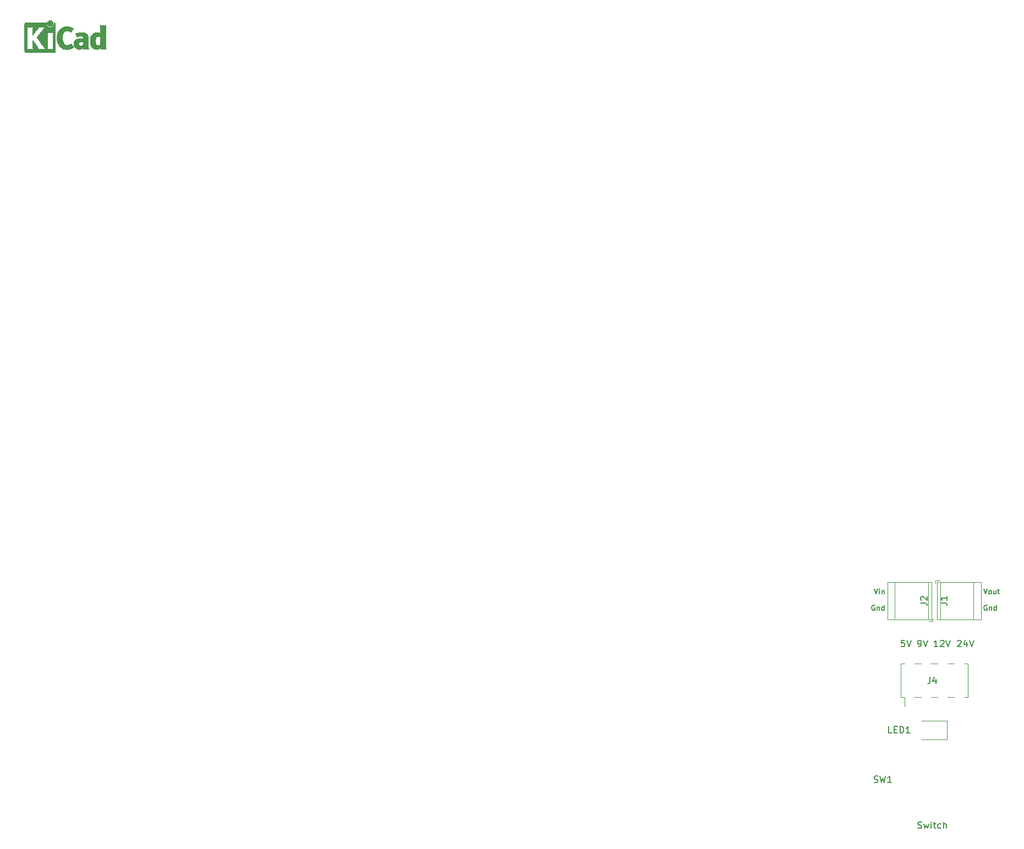
<source format=gbr>
%TF.GenerationSoftware,KiCad,Pcbnew,7.0.5*%
%TF.CreationDate,2024-06-27T07:22:37-04:00*%
%TF.ProjectId,ScrewSwitch,53637265-7753-4776-9974-63682e6b6963,rev?*%
%TF.SameCoordinates,Original*%
%TF.FileFunction,Legend,Top*%
%TF.FilePolarity,Positive*%
%FSLAX46Y46*%
G04 Gerber Fmt 4.6, Leading zero omitted, Abs format (unit mm)*
G04 Created by KiCad (PCBNEW 7.0.5) date 2024-06-27 07:22:37*
%MOMM*%
%LPD*%
G01*
G04 APERTURE LIST*
%ADD10C,0.150000*%
%ADD11C,0.010000*%
%ADD12C,0.120000*%
G04 APERTURE END LIST*
D10*
X130843219Y-90032390D02*
X130767029Y-89994295D01*
X130767029Y-89994295D02*
X130652743Y-89994295D01*
X130652743Y-89994295D02*
X130538457Y-90032390D01*
X130538457Y-90032390D02*
X130462267Y-90108580D01*
X130462267Y-90108580D02*
X130424172Y-90184771D01*
X130424172Y-90184771D02*
X130386076Y-90337152D01*
X130386076Y-90337152D02*
X130386076Y-90451438D01*
X130386076Y-90451438D02*
X130424172Y-90603819D01*
X130424172Y-90603819D02*
X130462267Y-90680009D01*
X130462267Y-90680009D02*
X130538457Y-90756200D01*
X130538457Y-90756200D02*
X130652743Y-90794295D01*
X130652743Y-90794295D02*
X130728934Y-90794295D01*
X130728934Y-90794295D02*
X130843219Y-90756200D01*
X130843219Y-90756200D02*
X130881315Y-90718104D01*
X130881315Y-90718104D02*
X130881315Y-90451438D01*
X130881315Y-90451438D02*
X130728934Y-90451438D01*
X131224172Y-90260961D02*
X131224172Y-90794295D01*
X131224172Y-90337152D02*
X131262267Y-90299057D01*
X131262267Y-90299057D02*
X131338457Y-90260961D01*
X131338457Y-90260961D02*
X131452743Y-90260961D01*
X131452743Y-90260961D02*
X131528934Y-90299057D01*
X131528934Y-90299057D02*
X131567029Y-90375247D01*
X131567029Y-90375247D02*
X131567029Y-90794295D01*
X132290839Y-90794295D02*
X132290839Y-89994295D01*
X132290839Y-90756200D02*
X132214648Y-90794295D01*
X132214648Y-90794295D02*
X132062267Y-90794295D01*
X132062267Y-90794295D02*
X131986077Y-90756200D01*
X131986077Y-90756200D02*
X131947982Y-90718104D01*
X131947982Y-90718104D02*
X131909886Y-90641914D01*
X131909886Y-90641914D02*
X131909886Y-90413342D01*
X131909886Y-90413342D02*
X131947982Y-90337152D01*
X131947982Y-90337152D02*
X131986077Y-90299057D01*
X131986077Y-90299057D02*
X132062267Y-90260961D01*
X132062267Y-90260961D02*
X132214648Y-90260961D01*
X132214648Y-90260961D02*
X132290839Y-90299057D01*
X148108207Y-90032390D02*
X148032017Y-89994295D01*
X148032017Y-89994295D02*
X147917731Y-89994295D01*
X147917731Y-89994295D02*
X147803445Y-90032390D01*
X147803445Y-90032390D02*
X147727255Y-90108580D01*
X147727255Y-90108580D02*
X147689160Y-90184771D01*
X147689160Y-90184771D02*
X147651064Y-90337152D01*
X147651064Y-90337152D02*
X147651064Y-90451438D01*
X147651064Y-90451438D02*
X147689160Y-90603819D01*
X147689160Y-90603819D02*
X147727255Y-90680009D01*
X147727255Y-90680009D02*
X147803445Y-90756200D01*
X147803445Y-90756200D02*
X147917731Y-90794295D01*
X147917731Y-90794295D02*
X147993922Y-90794295D01*
X147993922Y-90794295D02*
X148108207Y-90756200D01*
X148108207Y-90756200D02*
X148146303Y-90718104D01*
X148146303Y-90718104D02*
X148146303Y-90451438D01*
X148146303Y-90451438D02*
X147993922Y-90451438D01*
X148489160Y-90260961D02*
X148489160Y-90794295D01*
X148489160Y-90337152D02*
X148527255Y-90299057D01*
X148527255Y-90299057D02*
X148603445Y-90260961D01*
X148603445Y-90260961D02*
X148717731Y-90260961D01*
X148717731Y-90260961D02*
X148793922Y-90299057D01*
X148793922Y-90299057D02*
X148832017Y-90375247D01*
X148832017Y-90375247D02*
X148832017Y-90794295D01*
X149555827Y-90794295D02*
X149555827Y-89994295D01*
X149555827Y-90756200D02*
X149479636Y-90794295D01*
X149479636Y-90794295D02*
X149327255Y-90794295D01*
X149327255Y-90794295D02*
X149251065Y-90756200D01*
X149251065Y-90756200D02*
X149212970Y-90718104D01*
X149212970Y-90718104D02*
X149174874Y-90641914D01*
X149174874Y-90641914D02*
X149174874Y-90413342D01*
X149174874Y-90413342D02*
X149212970Y-90337152D01*
X149212970Y-90337152D02*
X149251065Y-90299057D01*
X149251065Y-90299057D02*
X149327255Y-90260961D01*
X149327255Y-90260961D02*
X149479636Y-90260961D01*
X149479636Y-90260961D02*
X149555827Y-90299057D01*
X137485714Y-124282200D02*
X137628571Y-124329819D01*
X137628571Y-124329819D02*
X137866666Y-124329819D01*
X137866666Y-124329819D02*
X137961904Y-124282200D01*
X137961904Y-124282200D02*
X138009523Y-124234580D01*
X138009523Y-124234580D02*
X138057142Y-124139342D01*
X138057142Y-124139342D02*
X138057142Y-124044104D01*
X138057142Y-124044104D02*
X138009523Y-123948866D01*
X138009523Y-123948866D02*
X137961904Y-123901247D01*
X137961904Y-123901247D02*
X137866666Y-123853628D01*
X137866666Y-123853628D02*
X137676190Y-123806009D01*
X137676190Y-123806009D02*
X137580952Y-123758390D01*
X137580952Y-123758390D02*
X137533333Y-123710771D01*
X137533333Y-123710771D02*
X137485714Y-123615533D01*
X137485714Y-123615533D02*
X137485714Y-123520295D01*
X137485714Y-123520295D02*
X137533333Y-123425057D01*
X137533333Y-123425057D02*
X137580952Y-123377438D01*
X137580952Y-123377438D02*
X137676190Y-123329819D01*
X137676190Y-123329819D02*
X137914285Y-123329819D01*
X137914285Y-123329819D02*
X138057142Y-123377438D01*
X138390476Y-123663152D02*
X138580952Y-124329819D01*
X138580952Y-124329819D02*
X138771428Y-123853628D01*
X138771428Y-123853628D02*
X138961904Y-124329819D01*
X138961904Y-124329819D02*
X139152380Y-123663152D01*
X139533333Y-124329819D02*
X139533333Y-123663152D01*
X139533333Y-123329819D02*
X139485714Y-123377438D01*
X139485714Y-123377438D02*
X139533333Y-123425057D01*
X139533333Y-123425057D02*
X139580952Y-123377438D01*
X139580952Y-123377438D02*
X139533333Y-123329819D01*
X139533333Y-123329819D02*
X139533333Y-123425057D01*
X139866666Y-123663152D02*
X140247618Y-123663152D01*
X140009523Y-123329819D02*
X140009523Y-124186961D01*
X140009523Y-124186961D02*
X140057142Y-124282200D01*
X140057142Y-124282200D02*
X140152380Y-124329819D01*
X140152380Y-124329819D02*
X140247618Y-124329819D01*
X141009523Y-124282200D02*
X140914285Y-124329819D01*
X140914285Y-124329819D02*
X140723809Y-124329819D01*
X140723809Y-124329819D02*
X140628571Y-124282200D01*
X140628571Y-124282200D02*
X140580952Y-124234580D01*
X140580952Y-124234580D02*
X140533333Y-124139342D01*
X140533333Y-124139342D02*
X140533333Y-123853628D01*
X140533333Y-123853628D02*
X140580952Y-123758390D01*
X140580952Y-123758390D02*
X140628571Y-123710771D01*
X140628571Y-123710771D02*
X140723809Y-123663152D01*
X140723809Y-123663152D02*
X140914285Y-123663152D01*
X140914285Y-123663152D02*
X141009523Y-123710771D01*
X141438095Y-124329819D02*
X141438095Y-123329819D01*
X141866666Y-124329819D02*
X141866666Y-123806009D01*
X141866666Y-123806009D02*
X141819047Y-123710771D01*
X141819047Y-123710771D02*
X141723809Y-123663152D01*
X141723809Y-123663152D02*
X141580952Y-123663152D01*
X141580952Y-123663152D02*
X141485714Y-123710771D01*
X141485714Y-123710771D02*
X141438095Y-123758390D01*
X130754533Y-87466011D02*
X131021200Y-88266011D01*
X131021200Y-88266011D02*
X131287866Y-87466011D01*
X131554533Y-88266011D02*
X131554533Y-87732677D01*
X131554533Y-87466011D02*
X131516437Y-87504106D01*
X131516437Y-87504106D02*
X131554533Y-87542201D01*
X131554533Y-87542201D02*
X131592628Y-87504106D01*
X131592628Y-87504106D02*
X131554533Y-87466011D01*
X131554533Y-87466011D02*
X131554533Y-87542201D01*
X131935485Y-87732677D02*
X131935485Y-88266011D01*
X131935485Y-87808868D02*
X131973580Y-87770773D01*
X131973580Y-87770773D02*
X132049770Y-87732677D01*
X132049770Y-87732677D02*
X132164056Y-87732677D01*
X132164056Y-87732677D02*
X132240247Y-87770773D01*
X132240247Y-87770773D02*
X132278342Y-87846963D01*
X132278342Y-87846963D02*
X132278342Y-88266011D01*
X147602377Y-87466011D02*
X147869044Y-88266011D01*
X147869044Y-88266011D02*
X148135710Y-87466011D01*
X148516662Y-88266011D02*
X148440472Y-88227916D01*
X148440472Y-88227916D02*
X148402377Y-88189820D01*
X148402377Y-88189820D02*
X148364281Y-88113630D01*
X148364281Y-88113630D02*
X148364281Y-87885058D01*
X148364281Y-87885058D02*
X148402377Y-87808868D01*
X148402377Y-87808868D02*
X148440472Y-87770773D01*
X148440472Y-87770773D02*
X148516662Y-87732677D01*
X148516662Y-87732677D02*
X148630948Y-87732677D01*
X148630948Y-87732677D02*
X148707139Y-87770773D01*
X148707139Y-87770773D02*
X148745234Y-87808868D01*
X148745234Y-87808868D02*
X148783329Y-87885058D01*
X148783329Y-87885058D02*
X148783329Y-88113630D01*
X148783329Y-88113630D02*
X148745234Y-88189820D01*
X148745234Y-88189820D02*
X148707139Y-88227916D01*
X148707139Y-88227916D02*
X148630948Y-88266011D01*
X148630948Y-88266011D02*
X148516662Y-88266011D01*
X149469044Y-87732677D02*
X149469044Y-88266011D01*
X149126187Y-87732677D02*
X149126187Y-88151725D01*
X149126187Y-88151725D02*
X149164282Y-88227916D01*
X149164282Y-88227916D02*
X149240472Y-88266011D01*
X149240472Y-88266011D02*
X149354758Y-88266011D01*
X149354758Y-88266011D02*
X149430949Y-88227916D01*
X149430949Y-88227916D02*
X149469044Y-88189820D01*
X149735711Y-87732677D02*
X150040473Y-87732677D01*
X149849997Y-87466011D02*
X149849997Y-88151725D01*
X149849997Y-88151725D02*
X149888092Y-88227916D01*
X149888092Y-88227916D02*
X149964282Y-88266011D01*
X149964282Y-88266011D02*
X150040473Y-88266011D01*
X143589524Y-95485057D02*
X143637143Y-95437438D01*
X143637143Y-95437438D02*
X143732381Y-95389819D01*
X143732381Y-95389819D02*
X143970476Y-95389819D01*
X143970476Y-95389819D02*
X144065714Y-95437438D01*
X144065714Y-95437438D02*
X144113333Y-95485057D01*
X144113333Y-95485057D02*
X144160952Y-95580295D01*
X144160952Y-95580295D02*
X144160952Y-95675533D01*
X144160952Y-95675533D02*
X144113333Y-95818390D01*
X144113333Y-95818390D02*
X143541905Y-96389819D01*
X143541905Y-96389819D02*
X144160952Y-96389819D01*
X145018095Y-95723152D02*
X145018095Y-96389819D01*
X144780000Y-95342200D02*
X144541905Y-96056485D01*
X144541905Y-96056485D02*
X145160952Y-96056485D01*
X145399048Y-95389819D02*
X145732381Y-96389819D01*
X145732381Y-96389819D02*
X146065714Y-95389819D01*
X140560588Y-96389819D02*
X139989160Y-96389819D01*
X140274874Y-96389819D02*
X140274874Y-95389819D01*
X140274874Y-95389819D02*
X140179636Y-95532676D01*
X140179636Y-95532676D02*
X140084398Y-95627914D01*
X140084398Y-95627914D02*
X139989160Y-95675533D01*
X140941541Y-95485057D02*
X140989160Y-95437438D01*
X140989160Y-95437438D02*
X141084398Y-95389819D01*
X141084398Y-95389819D02*
X141322493Y-95389819D01*
X141322493Y-95389819D02*
X141417731Y-95437438D01*
X141417731Y-95437438D02*
X141465350Y-95485057D01*
X141465350Y-95485057D02*
X141512969Y-95580295D01*
X141512969Y-95580295D02*
X141512969Y-95675533D01*
X141512969Y-95675533D02*
X141465350Y-95818390D01*
X141465350Y-95818390D02*
X140893922Y-96389819D01*
X140893922Y-96389819D02*
X141512969Y-96389819D01*
X141798684Y-95389819D02*
X142132017Y-96389819D01*
X142132017Y-96389819D02*
X142465350Y-95389819D01*
X137544398Y-96389819D02*
X137734874Y-96389819D01*
X137734874Y-96389819D02*
X137830112Y-96342200D01*
X137830112Y-96342200D02*
X137877731Y-96294580D01*
X137877731Y-96294580D02*
X137972969Y-96151723D01*
X137972969Y-96151723D02*
X138020588Y-95961247D01*
X138020588Y-95961247D02*
X138020588Y-95580295D01*
X138020588Y-95580295D02*
X137972969Y-95485057D01*
X137972969Y-95485057D02*
X137925350Y-95437438D01*
X137925350Y-95437438D02*
X137830112Y-95389819D01*
X137830112Y-95389819D02*
X137639636Y-95389819D01*
X137639636Y-95389819D02*
X137544398Y-95437438D01*
X137544398Y-95437438D02*
X137496779Y-95485057D01*
X137496779Y-95485057D02*
X137449160Y-95580295D01*
X137449160Y-95580295D02*
X137449160Y-95818390D01*
X137449160Y-95818390D02*
X137496779Y-95913628D01*
X137496779Y-95913628D02*
X137544398Y-95961247D01*
X137544398Y-95961247D02*
X137639636Y-96008866D01*
X137639636Y-96008866D02*
X137830112Y-96008866D01*
X137830112Y-96008866D02*
X137925350Y-95961247D01*
X137925350Y-95961247D02*
X137972969Y-95913628D01*
X137972969Y-95913628D02*
X138020588Y-95818390D01*
X138306303Y-95389819D02*
X138639636Y-96389819D01*
X138639636Y-96389819D02*
X138972969Y-95389819D01*
X135432969Y-95389819D02*
X134956779Y-95389819D01*
X134956779Y-95389819D02*
X134909160Y-95866009D01*
X134909160Y-95866009D02*
X134956779Y-95818390D01*
X134956779Y-95818390D02*
X135052017Y-95770771D01*
X135052017Y-95770771D02*
X135290112Y-95770771D01*
X135290112Y-95770771D02*
X135385350Y-95818390D01*
X135385350Y-95818390D02*
X135432969Y-95866009D01*
X135432969Y-95866009D02*
X135480588Y-95961247D01*
X135480588Y-95961247D02*
X135480588Y-96199342D01*
X135480588Y-96199342D02*
X135432969Y-96294580D01*
X135432969Y-96294580D02*
X135385350Y-96342200D01*
X135385350Y-96342200D02*
X135290112Y-96389819D01*
X135290112Y-96389819D02*
X135052017Y-96389819D01*
X135052017Y-96389819D02*
X134956779Y-96342200D01*
X134956779Y-96342200D02*
X134909160Y-96294580D01*
X135766303Y-95389819D02*
X136099636Y-96389819D01*
X136099636Y-96389819D02*
X136432969Y-95389819D01*
%TO.C,LED1*%
X133500952Y-109674819D02*
X133024762Y-109674819D01*
X133024762Y-109674819D02*
X133024762Y-108674819D01*
X133834286Y-109151009D02*
X134167619Y-109151009D01*
X134310476Y-109674819D02*
X133834286Y-109674819D01*
X133834286Y-109674819D02*
X133834286Y-108674819D01*
X133834286Y-108674819D02*
X134310476Y-108674819D01*
X134739048Y-109674819D02*
X134739048Y-108674819D01*
X134739048Y-108674819D02*
X134977143Y-108674819D01*
X134977143Y-108674819D02*
X135120000Y-108722438D01*
X135120000Y-108722438D02*
X135215238Y-108817676D01*
X135215238Y-108817676D02*
X135262857Y-108912914D01*
X135262857Y-108912914D02*
X135310476Y-109103390D01*
X135310476Y-109103390D02*
X135310476Y-109246247D01*
X135310476Y-109246247D02*
X135262857Y-109436723D01*
X135262857Y-109436723D02*
X135215238Y-109531961D01*
X135215238Y-109531961D02*
X135120000Y-109627200D01*
X135120000Y-109627200D02*
X134977143Y-109674819D01*
X134977143Y-109674819D02*
X134739048Y-109674819D01*
X136262857Y-109674819D02*
X135691429Y-109674819D01*
X135977143Y-109674819D02*
X135977143Y-108674819D01*
X135977143Y-108674819D02*
X135881905Y-108817676D01*
X135881905Y-108817676D02*
X135786667Y-108912914D01*
X135786667Y-108912914D02*
X135691429Y-108960533D01*
%TO.C,J4*%
X139366666Y-101054819D02*
X139366666Y-101769104D01*
X139366666Y-101769104D02*
X139319047Y-101911961D01*
X139319047Y-101911961D02*
X139223809Y-102007200D01*
X139223809Y-102007200D02*
X139080952Y-102054819D01*
X139080952Y-102054819D02*
X138985714Y-102054819D01*
X140271428Y-101388152D02*
X140271428Y-102054819D01*
X140033333Y-101007200D02*
X139795238Y-101721485D01*
X139795238Y-101721485D02*
X140414285Y-101721485D01*
%TO.C,J2*%
X137907322Y-89659049D02*
X138621607Y-89659049D01*
X138621607Y-89659049D02*
X138764464Y-89706668D01*
X138764464Y-89706668D02*
X138859703Y-89801906D01*
X138859703Y-89801906D02*
X138907322Y-89944763D01*
X138907322Y-89944763D02*
X138907322Y-90040001D01*
X138002560Y-89230477D02*
X137954941Y-89182858D01*
X137954941Y-89182858D02*
X137907322Y-89087620D01*
X137907322Y-89087620D02*
X137907322Y-88849525D01*
X137907322Y-88849525D02*
X137954941Y-88754287D01*
X137954941Y-88754287D02*
X138002560Y-88706668D01*
X138002560Y-88706668D02*
X138097798Y-88659049D01*
X138097798Y-88659049D02*
X138193036Y-88659049D01*
X138193036Y-88659049D02*
X138335893Y-88706668D01*
X138335893Y-88706668D02*
X138907322Y-89278096D01*
X138907322Y-89278096D02*
X138907322Y-88659049D01*
%TO.C,J1*%
X140997322Y-89659049D02*
X141711607Y-89659049D01*
X141711607Y-89659049D02*
X141854464Y-89706668D01*
X141854464Y-89706668D02*
X141949703Y-89801906D01*
X141949703Y-89801906D02*
X141997322Y-89944763D01*
X141997322Y-89944763D02*
X141997322Y-90040001D01*
X141997322Y-88659049D02*
X141997322Y-89230477D01*
X141997322Y-88944763D02*
X140997322Y-88944763D01*
X140997322Y-88944763D02*
X141140179Y-89040001D01*
X141140179Y-89040001D02*
X141235417Y-89135239D01*
X141235417Y-89135239D02*
X141283036Y-89230477D01*
%TO.C,SW1*%
X130746667Y-117247200D02*
X130889524Y-117294819D01*
X130889524Y-117294819D02*
X131127619Y-117294819D01*
X131127619Y-117294819D02*
X131222857Y-117247200D01*
X131222857Y-117247200D02*
X131270476Y-117199580D01*
X131270476Y-117199580D02*
X131318095Y-117104342D01*
X131318095Y-117104342D02*
X131318095Y-117009104D01*
X131318095Y-117009104D02*
X131270476Y-116913866D01*
X131270476Y-116913866D02*
X131222857Y-116866247D01*
X131222857Y-116866247D02*
X131127619Y-116818628D01*
X131127619Y-116818628D02*
X130937143Y-116771009D01*
X130937143Y-116771009D02*
X130841905Y-116723390D01*
X130841905Y-116723390D02*
X130794286Y-116675771D01*
X130794286Y-116675771D02*
X130746667Y-116580533D01*
X130746667Y-116580533D02*
X130746667Y-116485295D01*
X130746667Y-116485295D02*
X130794286Y-116390057D01*
X130794286Y-116390057D02*
X130841905Y-116342438D01*
X130841905Y-116342438D02*
X130937143Y-116294819D01*
X130937143Y-116294819D02*
X131175238Y-116294819D01*
X131175238Y-116294819D02*
X131318095Y-116342438D01*
X131651429Y-116294819D02*
X131889524Y-117294819D01*
X131889524Y-117294819D02*
X132080000Y-116580533D01*
X132080000Y-116580533D02*
X132270476Y-117294819D01*
X132270476Y-117294819D02*
X132508572Y-116294819D01*
X133413333Y-117294819D02*
X132841905Y-117294819D01*
X133127619Y-117294819D02*
X133127619Y-116294819D01*
X133127619Y-116294819D02*
X133032381Y-116437676D01*
X133032381Y-116437676D02*
X132937143Y-116532914D01*
X132937143Y-116532914D02*
X132841905Y-116580533D01*
%TO.C,BT1*%
D11*
X12468215Y-2454669D02*
X12468234Y-2689086D01*
X12468260Y-2902027D01*
X12468333Y-3094592D01*
X12468490Y-3267883D01*
X12468772Y-3423000D01*
X12469217Y-3561044D01*
X12469864Y-3683116D01*
X12470753Y-3790318D01*
X12471921Y-3883750D01*
X12473409Y-3964514D01*
X12475254Y-4033710D01*
X12477497Y-4092439D01*
X12480177Y-4141803D01*
X12483331Y-4182902D01*
X12487000Y-4216837D01*
X12491221Y-4244710D01*
X12496035Y-4267622D01*
X12501481Y-4286673D01*
X12507596Y-4302964D01*
X12514420Y-4317597D01*
X12521993Y-4331673D01*
X12530353Y-4346292D01*
X12535547Y-4355398D01*
X12569812Y-4416113D01*
X11711663Y-4416113D01*
X11711663Y-4320157D01*
X11710932Y-4276794D01*
X11708980Y-4243629D01*
X11706171Y-4225848D01*
X11704929Y-4224202D01*
X11693507Y-4231086D01*
X11670792Y-4248929D01*
X11648093Y-4268303D01*
X11593508Y-4309038D01*
X11524029Y-4350041D01*
X11446978Y-4387547D01*
X11369673Y-4417788D01*
X11338821Y-4427436D01*
X11270324Y-4442002D01*
X11187472Y-4451963D01*
X11098079Y-4457007D01*
X11009956Y-4456820D01*
X10930915Y-4451090D01*
X10893219Y-4445282D01*
X10755122Y-4407221D01*
X10627821Y-4349497D01*
X10512000Y-4272635D01*
X10408345Y-4177163D01*
X10317541Y-4063603D01*
X10250739Y-3952805D01*
X10195872Y-3836049D01*
X10153871Y-3716700D01*
X10123875Y-3590707D01*
X10105019Y-3454018D01*
X10096440Y-3302582D01*
X10095714Y-3225135D01*
X10097808Y-3168358D01*
X10926925Y-3168358D01*
X10927132Y-3261426D01*
X10930045Y-3349116D01*
X10935708Y-3426196D01*
X10944163Y-3487433D01*
X10946746Y-3499774D01*
X10978548Y-3607057D01*
X11020206Y-3694082D01*
X11072071Y-3761066D01*
X11134489Y-3808229D01*
X11207808Y-3835789D01*
X11292377Y-3843965D01*
X11388543Y-3832975D01*
X11452019Y-3817253D01*
X11501162Y-3799063D01*
X11555291Y-3773215D01*
X11595952Y-3749513D01*
X11666508Y-3703145D01*
X11666508Y-2552954D01*
X11599100Y-2509386D01*
X11520575Y-2468464D01*
X11436389Y-2441813D01*
X11351265Y-2429889D01*
X11269924Y-2433146D01*
X11197088Y-2452039D01*
X11165134Y-2467608D01*
X11107209Y-2510605D01*
X11058252Y-2567377D01*
X11017098Y-2639999D01*
X10982582Y-2730545D01*
X10953541Y-2841090D01*
X10952260Y-2846957D01*
X10942089Y-2909212D01*
X10934447Y-2987018D01*
X10929378Y-3075144D01*
X10926925Y-3168358D01*
X10097808Y-3168358D01*
X10103565Y-3012319D01*
X10125510Y-2816483D01*
X10161494Y-2637756D01*
X10211467Y-2476269D01*
X10275376Y-2332150D01*
X10353170Y-2205530D01*
X10444797Y-2096539D01*
X10550205Y-2005307D01*
X10595370Y-1974356D01*
X10696319Y-1918209D01*
X10799609Y-1878598D01*
X10909697Y-1854438D01*
X11031038Y-1844643D01*
X11123544Y-1845689D01*
X11253198Y-1856655D01*
X11365792Y-1878470D01*
X11464583Y-1912138D01*
X11552829Y-1958660D01*
X11601694Y-1992872D01*
X11631061Y-2014786D01*
X11652751Y-2029757D01*
X11660961Y-2034157D01*
X11662576Y-2023328D01*
X11663867Y-1992675D01*
X11664846Y-1944950D01*
X11665525Y-1882903D01*
X11665918Y-1809286D01*
X11666038Y-1726851D01*
X11665896Y-1638349D01*
X11665505Y-1546531D01*
X11664879Y-1454148D01*
X11664028Y-1363952D01*
X11662968Y-1278695D01*
X11661709Y-1201127D01*
X11660264Y-1134000D01*
X11658646Y-1080065D01*
X11656869Y-1042074D01*
X11656377Y-1035091D01*
X11648800Y-964675D01*
X11637239Y-909526D01*
X11619500Y-862405D01*
X11593390Y-816071D01*
X11587123Y-806491D01*
X11562691Y-769802D01*
X12468019Y-769802D01*
X12468215Y-2454669D01*
G36*
X12468215Y-2454669D02*
G01*
X12468234Y-2689086D01*
X12468260Y-2902027D01*
X12468333Y-3094592D01*
X12468490Y-3267883D01*
X12468772Y-3423000D01*
X12469217Y-3561044D01*
X12469864Y-3683116D01*
X12470753Y-3790318D01*
X12471921Y-3883750D01*
X12473409Y-3964514D01*
X12475254Y-4033710D01*
X12477497Y-4092439D01*
X12480177Y-4141803D01*
X12483331Y-4182902D01*
X12487000Y-4216837D01*
X12491221Y-4244710D01*
X12496035Y-4267622D01*
X12501481Y-4286673D01*
X12507596Y-4302964D01*
X12514420Y-4317597D01*
X12521993Y-4331673D01*
X12530353Y-4346292D01*
X12535547Y-4355398D01*
X12569812Y-4416113D01*
X11711663Y-4416113D01*
X11711663Y-4320157D01*
X11710932Y-4276794D01*
X11708980Y-4243629D01*
X11706171Y-4225848D01*
X11704929Y-4224202D01*
X11693507Y-4231086D01*
X11670792Y-4248929D01*
X11648093Y-4268303D01*
X11593508Y-4309038D01*
X11524029Y-4350041D01*
X11446978Y-4387547D01*
X11369673Y-4417788D01*
X11338821Y-4427436D01*
X11270324Y-4442002D01*
X11187472Y-4451963D01*
X11098079Y-4457007D01*
X11009956Y-4456820D01*
X10930915Y-4451090D01*
X10893219Y-4445282D01*
X10755122Y-4407221D01*
X10627821Y-4349497D01*
X10512000Y-4272635D01*
X10408345Y-4177163D01*
X10317541Y-4063603D01*
X10250739Y-3952805D01*
X10195872Y-3836049D01*
X10153871Y-3716700D01*
X10123875Y-3590707D01*
X10105019Y-3454018D01*
X10096440Y-3302582D01*
X10095714Y-3225135D01*
X10097808Y-3168358D01*
X10926925Y-3168358D01*
X10927132Y-3261426D01*
X10930045Y-3349116D01*
X10935708Y-3426196D01*
X10944163Y-3487433D01*
X10946746Y-3499774D01*
X10978548Y-3607057D01*
X11020206Y-3694082D01*
X11072071Y-3761066D01*
X11134489Y-3808229D01*
X11207808Y-3835789D01*
X11292377Y-3843965D01*
X11388543Y-3832975D01*
X11452019Y-3817253D01*
X11501162Y-3799063D01*
X11555291Y-3773215D01*
X11595952Y-3749513D01*
X11666508Y-3703145D01*
X11666508Y-2552954D01*
X11599100Y-2509386D01*
X11520575Y-2468464D01*
X11436389Y-2441813D01*
X11351265Y-2429889D01*
X11269924Y-2433146D01*
X11197088Y-2452039D01*
X11165134Y-2467608D01*
X11107209Y-2510605D01*
X11058252Y-2567377D01*
X11017098Y-2639999D01*
X10982582Y-2730545D01*
X10953541Y-2841090D01*
X10952260Y-2846957D01*
X10942089Y-2909212D01*
X10934447Y-2987018D01*
X10929378Y-3075144D01*
X10926925Y-3168358D01*
X10097808Y-3168358D01*
X10103565Y-3012319D01*
X10125510Y-2816483D01*
X10161494Y-2637756D01*
X10211467Y-2476269D01*
X10275376Y-2332150D01*
X10353170Y-2205530D01*
X10444797Y-2096539D01*
X10550205Y-2005307D01*
X10595370Y-1974356D01*
X10696319Y-1918209D01*
X10799609Y-1878598D01*
X10909697Y-1854438D01*
X11031038Y-1844643D01*
X11123544Y-1845689D01*
X11253198Y-1856655D01*
X11365792Y-1878470D01*
X11464583Y-1912138D01*
X11552829Y-1958660D01*
X11601694Y-1992872D01*
X11631061Y-2014786D01*
X11652751Y-2029757D01*
X11660961Y-2034157D01*
X11662576Y-2023328D01*
X11663867Y-1992675D01*
X11664846Y-1944950D01*
X11665525Y-1882903D01*
X11665918Y-1809286D01*
X11666038Y-1726851D01*
X11665896Y-1638349D01*
X11665505Y-1546531D01*
X11664879Y-1454148D01*
X11664028Y-1363952D01*
X11662968Y-1278695D01*
X11661709Y-1201127D01*
X11660264Y-1134000D01*
X11658646Y-1080065D01*
X11656869Y-1042074D01*
X11656377Y-1035091D01*
X11648800Y-964675D01*
X11637239Y-909526D01*
X11619500Y-862405D01*
X11593390Y-816071D01*
X11587123Y-806491D01*
X11562691Y-769802D01*
X12468019Y-769802D01*
X12468215Y-2454669D01*
G37*
X8955282Y-1848976D02*
X9107200Y-1868991D01*
X9242464Y-1902626D01*
X9361947Y-1950149D01*
X9466523Y-2011829D01*
X9544132Y-2075389D01*
X9612973Y-2149523D01*
X9666714Y-2229295D01*
X9709618Y-2321515D01*
X9725092Y-2364585D01*
X9737952Y-2403566D01*
X9749154Y-2439713D01*
X9758828Y-2474858D01*
X9767104Y-2510834D01*
X9774111Y-2549474D01*
X9779980Y-2592609D01*
X9784839Y-2642073D01*
X9788818Y-2699697D01*
X9792048Y-2767315D01*
X9794657Y-2846758D01*
X9796775Y-2939860D01*
X9798532Y-3048451D01*
X9800057Y-3174366D01*
X9801480Y-3319436D01*
X9802733Y-3462202D01*
X9804059Y-3618392D01*
X9805264Y-3753663D01*
X9806474Y-3869670D01*
X9807814Y-3968069D01*
X9809408Y-4050517D01*
X9811383Y-4118670D01*
X9813864Y-4174184D01*
X9816977Y-4218716D01*
X9820846Y-4253922D01*
X9825597Y-4281458D01*
X9831356Y-4302980D01*
X9838247Y-4320146D01*
X9846397Y-4334610D01*
X9855931Y-4348030D01*
X9866974Y-4362062D01*
X9871274Y-4367495D01*
X9887094Y-4390334D01*
X9894130Y-4405887D01*
X9894152Y-4406346D01*
X9883275Y-4408545D01*
X9852290Y-4410571D01*
X9803665Y-4412366D01*
X9739871Y-4413875D01*
X9663377Y-4415040D01*
X9576652Y-4415804D01*
X9482165Y-4416110D01*
X9471258Y-4416113D01*
X9048365Y-4416113D01*
X9045103Y-4320046D01*
X9041841Y-4223980D01*
X8979752Y-4274967D01*
X8882422Y-4342481D01*
X8772521Y-4397173D01*
X8686057Y-4427402D01*
X8616986Y-4442090D01*
X8533633Y-4452083D01*
X8443867Y-4457070D01*
X8355553Y-4456737D01*
X8276559Y-4450775D01*
X8240330Y-4445062D01*
X8100311Y-4407200D01*
X7973886Y-4352356D01*
X7861968Y-4281348D01*
X7765470Y-4194992D01*
X7685308Y-4094103D01*
X7622395Y-3979500D01*
X7578020Y-3853408D01*
X7565686Y-3796825D01*
X7558076Y-3734626D01*
X7554447Y-3659787D01*
X7553953Y-3625891D01*
X7554018Y-3622706D01*
X8313956Y-3622706D01*
X8323249Y-3697757D01*
X8351436Y-3761584D01*
X8399905Y-3817222D01*
X8404962Y-3821635D01*
X8453256Y-3856461D01*
X8504965Y-3879044D01*
X8565697Y-3890964D01*
X8641060Y-3893807D01*
X8659167Y-3893402D01*
X8712986Y-3890749D01*
X8753016Y-3885333D01*
X8788032Y-3875169D01*
X8826811Y-3858274D01*
X8837453Y-3853096D01*
X8898104Y-3817268D01*
X8944923Y-3774636D01*
X8957660Y-3759397D01*
X9002330Y-3702886D01*
X9002330Y-3507010D01*
X9001794Y-3428363D01*
X9000104Y-3370412D01*
X8997136Y-3331299D01*
X8992765Y-3309165D01*
X8988680Y-3302698D01*
X8972755Y-3299535D01*
X8938972Y-3296912D01*
X8892048Y-3295079D01*
X8836701Y-3294281D01*
X8827814Y-3294266D01*
X8707038Y-3299520D01*
X8604368Y-3315687D01*
X8517814Y-3343385D01*
X8445389Y-3383232D01*
X8390459Y-3430182D01*
X8345912Y-3488069D01*
X8321188Y-3551117D01*
X8313956Y-3622706D01*
X7554018Y-3622706D01*
X7555886Y-3532136D01*
X7564230Y-3453236D01*
X7580476Y-3382014D01*
X7606113Y-3311288D01*
X7630109Y-3258917D01*
X7688728Y-3163620D01*
X7766825Y-3075594D01*
X7862023Y-2996441D01*
X7971946Y-2927764D01*
X8094218Y-2871165D01*
X8226463Y-2828245D01*
X8291130Y-2813306D01*
X8427312Y-2791201D01*
X8575757Y-2776618D01*
X8727213Y-2770237D01*
X8853772Y-2771869D01*
X9015658Y-2778648D01*
X9008238Y-2719669D01*
X8988946Y-2620516D01*
X8957812Y-2539796D01*
X8913977Y-2476890D01*
X8856579Y-2431180D01*
X8784756Y-2402046D01*
X8697649Y-2388871D01*
X8594394Y-2391035D01*
X8556419Y-2395036D01*
X8415228Y-2420204D01*
X8278415Y-2461238D01*
X8183886Y-2499239D01*
X8138726Y-2518614D01*
X8100293Y-2534184D01*
X8073942Y-2543829D01*
X8066254Y-2545876D01*
X8056510Y-2536798D01*
X8039791Y-2507829D01*
X8015940Y-2458641D01*
X7984801Y-2388908D01*
X7946215Y-2298303D01*
X7939618Y-2282513D01*
X7909561Y-2210196D01*
X7882582Y-2144849D01*
X7859844Y-2089330D01*
X7842514Y-2046496D01*
X7831756Y-2019205D01*
X7828649Y-2010366D01*
X7838648Y-2005611D01*
X7864925Y-2000334D01*
X7893197Y-1996655D01*
X7923354Y-1991898D01*
X7971141Y-1982452D01*
X8032320Y-1969244D01*
X8102654Y-1953200D01*
X8177902Y-1935244D01*
X8206463Y-1928221D01*
X8311524Y-1902633D01*
X8399188Y-1882571D01*
X8473776Y-1867393D01*
X8539611Y-1856459D01*
X8601015Y-1849128D01*
X8662310Y-1844759D01*
X8727818Y-1842711D01*
X8785836Y-1842313D01*
X8955282Y-1848976D01*
G36*
X8955282Y-1848976D02*
G01*
X9107200Y-1868991D01*
X9242464Y-1902626D01*
X9361947Y-1950149D01*
X9466523Y-2011829D01*
X9544132Y-2075389D01*
X9612973Y-2149523D01*
X9666714Y-2229295D01*
X9709618Y-2321515D01*
X9725092Y-2364585D01*
X9737952Y-2403566D01*
X9749154Y-2439713D01*
X9758828Y-2474858D01*
X9767104Y-2510834D01*
X9774111Y-2549474D01*
X9779980Y-2592609D01*
X9784839Y-2642073D01*
X9788818Y-2699697D01*
X9792048Y-2767315D01*
X9794657Y-2846758D01*
X9796775Y-2939860D01*
X9798532Y-3048451D01*
X9800057Y-3174366D01*
X9801480Y-3319436D01*
X9802733Y-3462202D01*
X9804059Y-3618392D01*
X9805264Y-3753663D01*
X9806474Y-3869670D01*
X9807814Y-3968069D01*
X9809408Y-4050517D01*
X9811383Y-4118670D01*
X9813864Y-4174184D01*
X9816977Y-4218716D01*
X9820846Y-4253922D01*
X9825597Y-4281458D01*
X9831356Y-4302980D01*
X9838247Y-4320146D01*
X9846397Y-4334610D01*
X9855931Y-4348030D01*
X9866974Y-4362062D01*
X9871274Y-4367495D01*
X9887094Y-4390334D01*
X9894130Y-4405887D01*
X9894152Y-4406346D01*
X9883275Y-4408545D01*
X9852290Y-4410571D01*
X9803665Y-4412366D01*
X9739871Y-4413875D01*
X9663377Y-4415040D01*
X9576652Y-4415804D01*
X9482165Y-4416110D01*
X9471258Y-4416113D01*
X9048365Y-4416113D01*
X9045103Y-4320046D01*
X9041841Y-4223980D01*
X8979752Y-4274967D01*
X8882422Y-4342481D01*
X8772521Y-4397173D01*
X8686057Y-4427402D01*
X8616986Y-4442090D01*
X8533633Y-4452083D01*
X8443867Y-4457070D01*
X8355553Y-4456737D01*
X8276559Y-4450775D01*
X8240330Y-4445062D01*
X8100311Y-4407200D01*
X7973886Y-4352356D01*
X7861968Y-4281348D01*
X7765470Y-4194992D01*
X7685308Y-4094103D01*
X7622395Y-3979500D01*
X7578020Y-3853408D01*
X7565686Y-3796825D01*
X7558076Y-3734626D01*
X7554447Y-3659787D01*
X7553953Y-3625891D01*
X7554018Y-3622706D01*
X8313956Y-3622706D01*
X8323249Y-3697757D01*
X8351436Y-3761584D01*
X8399905Y-3817222D01*
X8404962Y-3821635D01*
X8453256Y-3856461D01*
X8504965Y-3879044D01*
X8565697Y-3890964D01*
X8641060Y-3893807D01*
X8659167Y-3893402D01*
X8712986Y-3890749D01*
X8753016Y-3885333D01*
X8788032Y-3875169D01*
X8826811Y-3858274D01*
X8837453Y-3853096D01*
X8898104Y-3817268D01*
X8944923Y-3774636D01*
X8957660Y-3759397D01*
X9002330Y-3702886D01*
X9002330Y-3507010D01*
X9001794Y-3428363D01*
X9000104Y-3370412D01*
X8997136Y-3331299D01*
X8992765Y-3309165D01*
X8988680Y-3302698D01*
X8972755Y-3299535D01*
X8938972Y-3296912D01*
X8892048Y-3295079D01*
X8836701Y-3294281D01*
X8827814Y-3294266D01*
X8707038Y-3299520D01*
X8604368Y-3315687D01*
X8517814Y-3343385D01*
X8445389Y-3383232D01*
X8390459Y-3430182D01*
X8345912Y-3488069D01*
X8321188Y-3551117D01*
X8313956Y-3622706D01*
X7554018Y-3622706D01*
X7555886Y-3532136D01*
X7564230Y-3453236D01*
X7580476Y-3382014D01*
X7606113Y-3311288D01*
X7630109Y-3258917D01*
X7688728Y-3163620D01*
X7766825Y-3075594D01*
X7862023Y-2996441D01*
X7971946Y-2927764D01*
X8094218Y-2871165D01*
X8226463Y-2828245D01*
X8291130Y-2813306D01*
X8427312Y-2791201D01*
X8575757Y-2776618D01*
X8727213Y-2770237D01*
X8853772Y-2771869D01*
X9015658Y-2778648D01*
X9008238Y-2719669D01*
X8988946Y-2620516D01*
X8957812Y-2539796D01*
X8913977Y-2476890D01*
X8856579Y-2431180D01*
X8784756Y-2402046D01*
X8697649Y-2388871D01*
X8594394Y-2391035D01*
X8556419Y-2395036D01*
X8415228Y-2420204D01*
X8278415Y-2461238D01*
X8183886Y-2499239D01*
X8138726Y-2518614D01*
X8100293Y-2534184D01*
X8073942Y-2543829D01*
X8066254Y-2545876D01*
X8056510Y-2536798D01*
X8039791Y-2507829D01*
X8015940Y-2458641D01*
X7984801Y-2388908D01*
X7946215Y-2298303D01*
X7939618Y-2282513D01*
X7909561Y-2210196D01*
X7882582Y-2144849D01*
X7859844Y-2089330D01*
X7842514Y-2046496D01*
X7831756Y-2019205D01*
X7828649Y-2010366D01*
X7838648Y-2005611D01*
X7864925Y-2000334D01*
X7893197Y-1996655D01*
X7923354Y-1991898D01*
X7971141Y-1982452D01*
X8032320Y-1969244D01*
X8102654Y-1953200D01*
X8177902Y-1935244D01*
X8206463Y-1928221D01*
X8311524Y-1902633D01*
X8399188Y-1882571D01*
X8473776Y-1867393D01*
X8539611Y-1856459D01*
X8601015Y-1849128D01*
X8662310Y-1844759D01*
X8727818Y-1842711D01*
X8785836Y-1842313D01*
X8955282Y-1848976D01*
G37*
X3335308Y-471478D02*
X3346173Y-585417D01*
X3377790Y-693040D01*
X3428693Y-792039D01*
X3497415Y-880108D01*
X3582489Y-954940D01*
X3679476Y-1012808D01*
X3785744Y-1052429D01*
X3892758Y-1070997D01*
X3998408Y-1069858D01*
X4100583Y-1050354D01*
X4197174Y-1013830D01*
X4286070Y-961629D01*
X4365162Y-895097D01*
X4432339Y-815576D01*
X4485491Y-724411D01*
X4522509Y-622947D01*
X4541281Y-512526D01*
X4543219Y-462630D01*
X4543219Y-374691D01*
X4595148Y-374691D01*
X4631455Y-377535D01*
X4658353Y-389335D01*
X4685459Y-413073D01*
X4723841Y-451455D01*
X4723841Y-2643026D01*
X4723832Y-2905163D01*
X4723800Y-3145665D01*
X4723736Y-3365472D01*
X4723632Y-3565525D01*
X4723481Y-3746768D01*
X4723274Y-3910140D01*
X4723002Y-4056584D01*
X4722658Y-4187041D01*
X4722234Y-4302453D01*
X4721721Y-4403762D01*
X4721111Y-4491908D01*
X4720396Y-4567834D01*
X4719568Y-4632481D01*
X4718619Y-4686791D01*
X4717541Y-4731704D01*
X4716325Y-4768164D01*
X4714963Y-4797111D01*
X4713447Y-4819487D01*
X4711770Y-4836233D01*
X4709922Y-4848292D01*
X4707895Y-4856604D01*
X4705683Y-4862111D01*
X4704600Y-4863961D01*
X4700437Y-4870973D01*
X4696903Y-4877420D01*
X4693073Y-4883324D01*
X4688026Y-4888710D01*
X4680837Y-4893602D01*
X4670585Y-4898022D01*
X4656344Y-4901996D01*
X4637194Y-4905545D01*
X4612209Y-4908694D01*
X4580468Y-4911466D01*
X4541046Y-4913885D01*
X4493022Y-4915975D01*
X4435471Y-4917759D01*
X4367471Y-4919261D01*
X4288098Y-4920504D01*
X4196429Y-4921513D01*
X4091542Y-4922309D01*
X3972512Y-4922918D01*
X3838418Y-4923363D01*
X3688335Y-4923667D01*
X3521341Y-4923854D01*
X3336512Y-4923948D01*
X3132925Y-4923972D01*
X2909658Y-4923949D01*
X2665786Y-4923904D01*
X2400387Y-4923861D01*
X2362004Y-4923856D01*
X2095026Y-4923813D01*
X1849706Y-4923742D01*
X1625125Y-4923637D01*
X1420363Y-4923490D01*
X1234502Y-4923293D01*
X1066620Y-4923040D01*
X915800Y-4922724D01*
X781121Y-4922337D01*
X661664Y-4921871D01*
X556509Y-4921321D01*
X464737Y-4920677D01*
X385429Y-4919935D01*
X317665Y-4919085D01*
X260526Y-4918121D01*
X213091Y-4917035D01*
X174442Y-4915821D01*
X143659Y-4914471D01*
X119823Y-4912979D01*
X102014Y-4911335D01*
X89313Y-4909535D01*
X80800Y-4907569D01*
X76442Y-4905901D01*
X67980Y-4902330D01*
X60211Y-4899694D01*
X53106Y-4897058D01*
X46635Y-4893486D01*
X40769Y-4888045D01*
X35479Y-4879799D01*
X30734Y-4867814D01*
X26506Y-4851155D01*
X22765Y-4828887D01*
X19481Y-4800076D01*
X16625Y-4763787D01*
X14168Y-4719085D01*
X12079Y-4665035D01*
X10330Y-4600703D01*
X8891Y-4525154D01*
X7732Y-4437454D01*
X6825Y-4336667D01*
X6139Y-4221858D01*
X5645Y-4092094D01*
X5313Y-3946439D01*
X5115Y-3783959D01*
X5021Y-3603719D01*
X5000Y-3404784D01*
X5023Y-3186220D01*
X5062Y-2947092D01*
X5086Y-2686464D01*
X5086Y-2644313D01*
X5072Y-2381416D01*
X5047Y-2140156D01*
X5037Y-1919589D01*
X5066Y-1718776D01*
X5160Y-1536773D01*
X5346Y-1372640D01*
X5649Y-1225435D01*
X6094Y-1094216D01*
X6674Y-984291D01*
X309511Y-984291D01*
X349301Y-1042135D01*
X360472Y-1057903D01*
X370542Y-1071865D01*
X379570Y-1085208D01*
X387611Y-1099117D01*
X394722Y-1114780D01*
X400961Y-1133382D01*
X406383Y-1156110D01*
X411046Y-1184151D01*
X415007Y-1218691D01*
X418323Y-1260916D01*
X421049Y-1312013D01*
X423244Y-1373168D01*
X424963Y-1445568D01*
X426264Y-1530399D01*
X427203Y-1628846D01*
X427838Y-1742098D01*
X428224Y-1871340D01*
X428420Y-2017758D01*
X428481Y-2182540D01*
X428465Y-2366871D01*
X428428Y-2571937D01*
X428419Y-2694557D01*
X428443Y-2911506D01*
X428477Y-3107066D01*
X428465Y-3282423D01*
X428350Y-3438765D01*
X428078Y-3577281D01*
X427590Y-3699158D01*
X426832Y-3805584D01*
X425746Y-3897746D01*
X424277Y-3976833D01*
X422368Y-4044032D01*
X419964Y-4100531D01*
X417007Y-4147517D01*
X413442Y-4186179D01*
X409213Y-4217704D01*
X404262Y-4243279D01*
X398535Y-4264094D01*
X391975Y-4281335D01*
X384525Y-4296189D01*
X376129Y-4309846D01*
X366732Y-4323493D01*
X356276Y-4338317D01*
X350185Y-4347207D01*
X311412Y-4404824D01*
X842976Y-4404824D01*
X966225Y-4404789D01*
X1068721Y-4404639D01*
X1152288Y-4404302D01*
X1218752Y-4403710D01*
X1269937Y-4402791D01*
X1307667Y-4401475D01*
X1333768Y-4399693D01*
X1350064Y-4397375D01*
X1358380Y-4394450D01*
X1360540Y-4390848D01*
X1358369Y-4386499D01*
X1357173Y-4385069D01*
X1332023Y-4347997D01*
X1306125Y-4295196D01*
X1282516Y-4233194D01*
X1274247Y-4206781D01*
X1269630Y-4188840D01*
X1265729Y-4167779D01*
X1262460Y-4141513D01*
X1259742Y-4107956D01*
X1257493Y-4065023D01*
X1255631Y-4010628D01*
X1254072Y-3942686D01*
X1252736Y-3859112D01*
X1251539Y-3757819D01*
X1250400Y-3636724D01*
X1250023Y-3592024D01*
X1249006Y-3466873D01*
X1248248Y-3362506D01*
X1247805Y-3277131D01*
X1247738Y-3208957D01*
X1248103Y-3156189D01*
X1248960Y-3117038D01*
X1250367Y-3089709D01*
X1252383Y-3072410D01*
X1255065Y-3063350D01*
X1258472Y-3060736D01*
X1262664Y-3062775D01*
X1267137Y-3067091D01*
X1277492Y-3080026D01*
X1299550Y-3109100D01*
X1331751Y-3152183D01*
X1372534Y-3207142D01*
X1420338Y-3271847D01*
X1473603Y-3344166D01*
X1530768Y-3421968D01*
X1590271Y-3503122D01*
X1650553Y-3585496D01*
X1710053Y-3666960D01*
X1767210Y-3745381D01*
X1820463Y-3818628D01*
X1868251Y-3884571D01*
X1909015Y-3941078D01*
X1941192Y-3986017D01*
X1963223Y-4017258D01*
X1967791Y-4023890D01*
X1990712Y-4060793D01*
X2017520Y-4108783D01*
X2042919Y-4158321D01*
X2046140Y-4165001D01*
X2067818Y-4213196D01*
X2080404Y-4250758D01*
X2086134Y-4286584D01*
X2087252Y-4328624D01*
X2086618Y-4404824D01*
X3241057Y-4404824D01*
X3149893Y-4311093D01*
X3103096Y-4261199D01*
X3052809Y-4204719D01*
X3006764Y-4150450D01*
X2986339Y-4125097D01*
X2955901Y-4085552D01*
X2915846Y-4032340D01*
X2867347Y-3967091D01*
X2811573Y-3891435D01*
X2749697Y-3807001D01*
X2682889Y-3715418D01*
X2612321Y-3618316D01*
X2539163Y-3517325D01*
X2464587Y-3414074D01*
X2389764Y-3310192D01*
X2315865Y-3207309D01*
X2244062Y-3107055D01*
X2175524Y-3011060D01*
X2111424Y-2920951D01*
X2052933Y-2838360D01*
X2001222Y-2764916D01*
X1957461Y-2702248D01*
X1922823Y-2651985D01*
X1898478Y-2615758D01*
X1885597Y-2595195D01*
X1883839Y-2591092D01*
X1891798Y-2579766D01*
X1912593Y-2552586D01*
X1944861Y-2511253D01*
X1987238Y-2457468D01*
X2038361Y-2392930D01*
X2096867Y-2319342D01*
X2161394Y-2238402D01*
X2230577Y-2151812D01*
X2303055Y-2061272D01*
X2377462Y-1968484D01*
X2437191Y-1894126D01*
X3448197Y-1894126D01*
X3454106Y-1907083D01*
X3468436Y-1929332D01*
X3469483Y-1930815D01*
X3488270Y-1960968D01*
X3507917Y-1997799D01*
X3511816Y-2005935D01*
X3515352Y-2014364D01*
X3518478Y-2024483D01*
X3521222Y-2037684D01*
X3523616Y-2055362D01*
X3525689Y-2078908D01*
X3527473Y-2109717D01*
X3528996Y-2149181D01*
X3530289Y-2198693D01*
X3531382Y-2259647D01*
X3532305Y-2333435D01*
X3533089Y-2421452D01*
X3533763Y-2525089D01*
X3534358Y-2645740D01*
X3534903Y-2784798D01*
X3535429Y-2943656D01*
X3535963Y-3122513D01*
X3536502Y-3307631D01*
X3536936Y-3471569D01*
X3537199Y-3615727D01*
X3537224Y-3741503D01*
X3536943Y-3850295D01*
X3536289Y-3943501D01*
X3535194Y-4022521D01*
X3533590Y-4088752D01*
X3531411Y-4143594D01*
X3528589Y-4188445D01*
X3525057Y-4224702D01*
X3520747Y-4253765D01*
X3515591Y-4277033D01*
X3509523Y-4295903D01*
X3502475Y-4311775D01*
X3494379Y-4326046D01*
X3485168Y-4340115D01*
X3476668Y-4352582D01*
X3459532Y-4378876D01*
X3449386Y-4396461D01*
X3448197Y-4399681D01*
X3459104Y-4400758D01*
X3490297Y-4401759D01*
X3539485Y-4402659D01*
X3604375Y-4403434D01*
X3682678Y-4404061D01*
X3772101Y-4404515D01*
X3870352Y-4404773D01*
X3939263Y-4404824D01*
X4044256Y-4404604D01*
X4141098Y-4403972D01*
X4227601Y-4402973D01*
X4301576Y-4401651D01*
X4360834Y-4400050D01*
X4403188Y-4398215D01*
X4426448Y-4396189D01*
X4430330Y-4394917D01*
X4422632Y-4380015D01*
X4414634Y-4371984D01*
X4401462Y-4354858D01*
X4384223Y-4324607D01*
X4372301Y-4300046D01*
X4345663Y-4241135D01*
X4342588Y-3064269D01*
X4339513Y-1887402D01*
X3893855Y-1887402D01*
X3796038Y-1887566D01*
X3705644Y-1888035D01*
X3625078Y-1888771D01*
X3556746Y-1889740D01*
X3503052Y-1890904D01*
X3466403Y-1892227D01*
X3449204Y-1893673D01*
X3448197Y-1894126D01*
X2437191Y-1894126D01*
X2452438Y-1875146D01*
X2526618Y-1782961D01*
X2598639Y-1693628D01*
X2667139Y-1608848D01*
X2730753Y-1530322D01*
X2788120Y-1459750D01*
X2837875Y-1398833D01*
X2878656Y-1349271D01*
X2895820Y-1328602D01*
X2982112Y-1227940D01*
X3058711Y-1144683D01*
X3127525Y-1076862D01*
X3190460Y-1022513D01*
X3199841Y-1015146D01*
X3239352Y-984541D01*
X2107592Y-984291D01*
X2112881Y-1032268D01*
X2109578Y-1089612D01*
X2088047Y-1157887D01*
X2048073Y-1237636D01*
X2002765Y-1309919D01*
X1986547Y-1332564D01*
X1958494Y-1370120D01*
X1920278Y-1420445D01*
X1873571Y-1481397D01*
X1820047Y-1550835D01*
X1761377Y-1626618D01*
X1699233Y-1706604D01*
X1635287Y-1788652D01*
X1571213Y-1870620D01*
X1508681Y-1950367D01*
X1449365Y-2025751D01*
X1394937Y-2094631D01*
X1347069Y-2154866D01*
X1307433Y-2204313D01*
X1277702Y-2240832D01*
X1259547Y-2262282D01*
X1256488Y-2265580D01*
X1253629Y-2257573D01*
X1251415Y-2227279D01*
X1249851Y-2174980D01*
X1248941Y-2100955D01*
X1248688Y-2005487D01*
X1249095Y-1888858D01*
X1250004Y-1768869D01*
X1251326Y-1636757D01*
X1252851Y-1525018D01*
X1254827Y-1431449D01*
X1257502Y-1353843D01*
X1261126Y-1289998D01*
X1265947Y-1237707D01*
X1272214Y-1194768D01*
X1280176Y-1158975D01*
X1290081Y-1128124D01*
X1302177Y-1100010D01*
X1316715Y-1072429D01*
X1331397Y-1047390D01*
X1369394Y-984291D01*
X309511Y-984291D01*
X6674Y-984291D01*
X6707Y-978041D01*
X7513Y-875968D01*
X8538Y-787057D01*
X9808Y-710365D01*
X11348Y-644951D01*
X13184Y-589873D01*
X15341Y-544189D01*
X17845Y-506958D01*
X20721Y-477237D01*
X23995Y-454086D01*
X27693Y-436563D01*
X31839Y-423725D01*
X36461Y-414632D01*
X41582Y-408342D01*
X47230Y-403912D01*
X53429Y-400402D01*
X60204Y-396869D01*
X66200Y-393300D01*
X71433Y-390724D01*
X79609Y-388396D01*
X91822Y-386302D01*
X109167Y-384431D01*
X132739Y-382771D01*
X163631Y-381308D01*
X202940Y-380032D01*
X251758Y-378928D01*
X311181Y-377985D01*
X382304Y-377191D01*
X466220Y-376533D01*
X564025Y-375999D01*
X676814Y-375577D01*
X805679Y-375253D01*
X951717Y-375016D01*
X1116022Y-374854D01*
X1299688Y-374754D01*
X1503811Y-374704D01*
X1714955Y-374691D01*
X3335308Y-374691D01*
X3335308Y-471478D01*
G36*
X3335308Y-471478D02*
G01*
X3346173Y-585417D01*
X3377790Y-693040D01*
X3428693Y-792039D01*
X3497415Y-880108D01*
X3582489Y-954940D01*
X3679476Y-1012808D01*
X3785744Y-1052429D01*
X3892758Y-1070997D01*
X3998408Y-1069858D01*
X4100583Y-1050354D01*
X4197174Y-1013830D01*
X4286070Y-961629D01*
X4365162Y-895097D01*
X4432339Y-815576D01*
X4485491Y-724411D01*
X4522509Y-622947D01*
X4541281Y-512526D01*
X4543219Y-462630D01*
X4543219Y-374691D01*
X4595148Y-374691D01*
X4631455Y-377535D01*
X4658353Y-389335D01*
X4685459Y-413073D01*
X4723841Y-451455D01*
X4723841Y-2643026D01*
X4723832Y-2905163D01*
X4723800Y-3145665D01*
X4723736Y-3365472D01*
X4723632Y-3565525D01*
X4723481Y-3746768D01*
X4723274Y-3910140D01*
X4723002Y-4056584D01*
X4722658Y-4187041D01*
X4722234Y-4302453D01*
X4721721Y-4403762D01*
X4721111Y-4491908D01*
X4720396Y-4567834D01*
X4719568Y-4632481D01*
X4718619Y-4686791D01*
X4717541Y-4731704D01*
X4716325Y-4768164D01*
X4714963Y-4797111D01*
X4713447Y-4819487D01*
X4711770Y-4836233D01*
X4709922Y-4848292D01*
X4707895Y-4856604D01*
X4705683Y-4862111D01*
X4704600Y-4863961D01*
X4700437Y-4870973D01*
X4696903Y-4877420D01*
X4693073Y-4883324D01*
X4688026Y-4888710D01*
X4680837Y-4893602D01*
X4670585Y-4898022D01*
X4656344Y-4901996D01*
X4637194Y-4905545D01*
X4612209Y-4908694D01*
X4580468Y-4911466D01*
X4541046Y-4913885D01*
X4493022Y-4915975D01*
X4435471Y-4917759D01*
X4367471Y-4919261D01*
X4288098Y-4920504D01*
X4196429Y-4921513D01*
X4091542Y-4922309D01*
X3972512Y-4922918D01*
X3838418Y-4923363D01*
X3688335Y-4923667D01*
X3521341Y-4923854D01*
X3336512Y-4923948D01*
X3132925Y-4923972D01*
X2909658Y-4923949D01*
X2665786Y-4923904D01*
X2400387Y-4923861D01*
X2362004Y-4923856D01*
X2095026Y-4923813D01*
X1849706Y-4923742D01*
X1625125Y-4923637D01*
X1420363Y-4923490D01*
X1234502Y-4923293D01*
X1066620Y-4923040D01*
X915800Y-4922724D01*
X781121Y-4922337D01*
X661664Y-4921871D01*
X556509Y-4921321D01*
X464737Y-4920677D01*
X385429Y-4919935D01*
X317665Y-4919085D01*
X260526Y-4918121D01*
X213091Y-4917035D01*
X174442Y-4915821D01*
X143659Y-4914471D01*
X119823Y-4912979D01*
X102014Y-4911335D01*
X89313Y-4909535D01*
X80800Y-4907569D01*
X76442Y-4905901D01*
X67980Y-4902330D01*
X60211Y-4899694D01*
X53106Y-4897058D01*
X46635Y-4893486D01*
X40769Y-4888045D01*
X35479Y-4879799D01*
X30734Y-4867814D01*
X26506Y-4851155D01*
X22765Y-4828887D01*
X19481Y-4800076D01*
X16625Y-4763787D01*
X14168Y-4719085D01*
X12079Y-4665035D01*
X10330Y-4600703D01*
X8891Y-4525154D01*
X7732Y-4437454D01*
X6825Y-4336667D01*
X6139Y-4221858D01*
X5645Y-4092094D01*
X5313Y-3946439D01*
X5115Y-3783959D01*
X5021Y-3603719D01*
X5000Y-3404784D01*
X5023Y-3186220D01*
X5062Y-2947092D01*
X5086Y-2686464D01*
X5086Y-2644313D01*
X5072Y-2381416D01*
X5047Y-2140156D01*
X5037Y-1919589D01*
X5066Y-1718776D01*
X5160Y-1536773D01*
X5346Y-1372640D01*
X5649Y-1225435D01*
X6094Y-1094216D01*
X6674Y-984291D01*
X309511Y-984291D01*
X349301Y-1042135D01*
X360472Y-1057903D01*
X370542Y-1071865D01*
X379570Y-1085208D01*
X387611Y-1099117D01*
X394722Y-1114780D01*
X400961Y-1133382D01*
X406383Y-1156110D01*
X411046Y-1184151D01*
X415007Y-1218691D01*
X418323Y-1260916D01*
X421049Y-1312013D01*
X423244Y-1373168D01*
X424963Y-1445568D01*
X426264Y-1530399D01*
X427203Y-1628846D01*
X427838Y-1742098D01*
X428224Y-1871340D01*
X428420Y-2017758D01*
X428481Y-2182540D01*
X428465Y-2366871D01*
X428428Y-2571937D01*
X428419Y-2694557D01*
X428443Y-2911506D01*
X428477Y-3107066D01*
X428465Y-3282423D01*
X428350Y-3438765D01*
X428078Y-3577281D01*
X427590Y-3699158D01*
X426832Y-3805584D01*
X425746Y-3897746D01*
X424277Y-3976833D01*
X422368Y-4044032D01*
X419964Y-4100531D01*
X417007Y-4147517D01*
X413442Y-4186179D01*
X409213Y-4217704D01*
X404262Y-4243279D01*
X398535Y-4264094D01*
X391975Y-4281335D01*
X384525Y-4296189D01*
X376129Y-4309846D01*
X366732Y-4323493D01*
X356276Y-4338317D01*
X350185Y-4347207D01*
X311412Y-4404824D01*
X842976Y-4404824D01*
X966225Y-4404789D01*
X1068721Y-4404639D01*
X1152288Y-4404302D01*
X1218752Y-4403710D01*
X1269937Y-4402791D01*
X1307667Y-4401475D01*
X1333768Y-4399693D01*
X1350064Y-4397375D01*
X1358380Y-4394450D01*
X1360540Y-4390848D01*
X1358369Y-4386499D01*
X1357173Y-4385069D01*
X1332023Y-4347997D01*
X1306125Y-4295196D01*
X1282516Y-4233194D01*
X1274247Y-4206781D01*
X1269630Y-4188840D01*
X1265729Y-4167779D01*
X1262460Y-4141513D01*
X1259742Y-4107956D01*
X1257493Y-4065023D01*
X1255631Y-4010628D01*
X1254072Y-3942686D01*
X1252736Y-3859112D01*
X1251539Y-3757819D01*
X1250400Y-3636724D01*
X1250023Y-3592024D01*
X1249006Y-3466873D01*
X1248248Y-3362506D01*
X1247805Y-3277131D01*
X1247738Y-3208957D01*
X1248103Y-3156189D01*
X1248960Y-3117038D01*
X1250367Y-3089709D01*
X1252383Y-3072410D01*
X1255065Y-3063350D01*
X1258472Y-3060736D01*
X1262664Y-3062775D01*
X1267137Y-3067091D01*
X1277492Y-3080026D01*
X1299550Y-3109100D01*
X1331751Y-3152183D01*
X1372534Y-3207142D01*
X1420338Y-3271847D01*
X1473603Y-3344166D01*
X1530768Y-3421968D01*
X1590271Y-3503122D01*
X1650553Y-3585496D01*
X1710053Y-3666960D01*
X1767210Y-3745381D01*
X1820463Y-3818628D01*
X1868251Y-3884571D01*
X1909015Y-3941078D01*
X1941192Y-3986017D01*
X1963223Y-4017258D01*
X1967791Y-4023890D01*
X1990712Y-4060793D01*
X2017520Y-4108783D01*
X2042919Y-4158321D01*
X2046140Y-4165001D01*
X2067818Y-4213196D01*
X2080404Y-4250758D01*
X2086134Y-4286584D01*
X2087252Y-4328624D01*
X2086618Y-4404824D01*
X3241057Y-4404824D01*
X3149893Y-4311093D01*
X3103096Y-4261199D01*
X3052809Y-4204719D01*
X3006764Y-4150450D01*
X2986339Y-4125097D01*
X2955901Y-4085552D01*
X2915846Y-4032340D01*
X2867347Y-3967091D01*
X2811573Y-3891435D01*
X2749697Y-3807001D01*
X2682889Y-3715418D01*
X2612321Y-3618316D01*
X2539163Y-3517325D01*
X2464587Y-3414074D01*
X2389764Y-3310192D01*
X2315865Y-3207309D01*
X2244062Y-3107055D01*
X2175524Y-3011060D01*
X2111424Y-2920951D01*
X2052933Y-2838360D01*
X2001222Y-2764916D01*
X1957461Y-2702248D01*
X1922823Y-2651985D01*
X1898478Y-2615758D01*
X1885597Y-2595195D01*
X1883839Y-2591092D01*
X1891798Y-2579766D01*
X1912593Y-2552586D01*
X1944861Y-2511253D01*
X1987238Y-2457468D01*
X2038361Y-2392930D01*
X2096867Y-2319342D01*
X2161394Y-2238402D01*
X2230577Y-2151812D01*
X2303055Y-2061272D01*
X2377462Y-1968484D01*
X2437191Y-1894126D01*
X3448197Y-1894126D01*
X3454106Y-1907083D01*
X3468436Y-1929332D01*
X3469483Y-1930815D01*
X3488270Y-1960968D01*
X3507917Y-1997799D01*
X3511816Y-2005935D01*
X3515352Y-2014364D01*
X3518478Y-2024483D01*
X3521222Y-2037684D01*
X3523616Y-2055362D01*
X3525689Y-2078908D01*
X3527473Y-2109717D01*
X3528996Y-2149181D01*
X3530289Y-2198693D01*
X3531382Y-2259647D01*
X3532305Y-2333435D01*
X3533089Y-2421452D01*
X3533763Y-2525089D01*
X3534358Y-2645740D01*
X3534903Y-2784798D01*
X3535429Y-2943656D01*
X3535963Y-3122513D01*
X3536502Y-3307631D01*
X3536936Y-3471569D01*
X3537199Y-3615727D01*
X3537224Y-3741503D01*
X3536943Y-3850295D01*
X3536289Y-3943501D01*
X3535194Y-4022521D01*
X3533590Y-4088752D01*
X3531411Y-4143594D01*
X3528589Y-4188445D01*
X3525057Y-4224702D01*
X3520747Y-4253765D01*
X3515591Y-4277033D01*
X3509523Y-4295903D01*
X3502475Y-4311775D01*
X3494379Y-4326046D01*
X3485168Y-4340115D01*
X3476668Y-4352582D01*
X3459532Y-4378876D01*
X3449386Y-4396461D01*
X3448197Y-4399681D01*
X3459104Y-4400758D01*
X3490297Y-4401759D01*
X3539485Y-4402659D01*
X3604375Y-4403434D01*
X3682678Y-4404061D01*
X3772101Y-4404515D01*
X3870352Y-4404773D01*
X3939263Y-4404824D01*
X4044256Y-4404604D01*
X4141098Y-4403972D01*
X4227601Y-4402973D01*
X4301576Y-4401651D01*
X4360834Y-4400050D01*
X4403188Y-4398215D01*
X4426448Y-4396189D01*
X4430330Y-4394917D01*
X4422632Y-4380015D01*
X4414634Y-4371984D01*
X4401462Y-4354858D01*
X4384223Y-4324607D01*
X4372301Y-4300046D01*
X4345663Y-4241135D01*
X4342588Y-3064269D01*
X4339513Y-1887402D01*
X3893855Y-1887402D01*
X3796038Y-1887566D01*
X3705644Y-1888035D01*
X3625078Y-1888771D01*
X3556746Y-1889740D01*
X3503052Y-1890904D01*
X3466403Y-1892227D01*
X3449204Y-1893673D01*
X3448197Y-1894126D01*
X2437191Y-1894126D01*
X2452438Y-1875146D01*
X2526618Y-1782961D01*
X2598639Y-1693628D01*
X2667139Y-1608848D01*
X2730753Y-1530322D01*
X2788120Y-1459750D01*
X2837875Y-1398833D01*
X2878656Y-1349271D01*
X2895820Y-1328602D01*
X2982112Y-1227940D01*
X3058711Y-1144683D01*
X3127525Y-1076862D01*
X3190460Y-1022513D01*
X3199841Y-1015146D01*
X3239352Y-984541D01*
X2107592Y-984291D01*
X2112881Y-1032268D01*
X2109578Y-1089612D01*
X2088047Y-1157887D01*
X2048073Y-1237636D01*
X2002765Y-1309919D01*
X1986547Y-1332564D01*
X1958494Y-1370120D01*
X1920278Y-1420445D01*
X1873571Y-1481397D01*
X1820047Y-1550835D01*
X1761377Y-1626618D01*
X1699233Y-1706604D01*
X1635287Y-1788652D01*
X1571213Y-1870620D01*
X1508681Y-1950367D01*
X1449365Y-2025751D01*
X1394937Y-2094631D01*
X1347069Y-2154866D01*
X1307433Y-2204313D01*
X1277702Y-2240832D01*
X1259547Y-2262282D01*
X1256488Y-2265580D01*
X1253629Y-2257573D01*
X1251415Y-2227279D01*
X1249851Y-2174980D01*
X1248941Y-2100955D01*
X1248688Y-2005487D01*
X1249095Y-1888858D01*
X1250004Y-1768869D01*
X1251326Y-1636757D01*
X1252851Y-1525018D01*
X1254827Y-1431449D01*
X1257502Y-1353843D01*
X1261126Y-1289998D01*
X1265947Y-1237707D01*
X1272214Y-1194768D01*
X1280176Y-1158975D01*
X1290081Y-1128124D01*
X1302177Y-1100010D01*
X1316715Y-1072429D01*
X1331397Y-1047390D01*
X1369394Y-984291D01*
X309511Y-984291D01*
X6674Y-984291D01*
X6707Y-978041D01*
X7513Y-875968D01*
X8538Y-787057D01*
X9808Y-710365D01*
X11348Y-644951D01*
X13184Y-589873D01*
X15341Y-544189D01*
X17845Y-506958D01*
X20721Y-477237D01*
X23995Y-454086D01*
X27693Y-436563D01*
X31839Y-423725D01*
X36461Y-414632D01*
X41582Y-408342D01*
X47230Y-403912D01*
X53429Y-400402D01*
X60204Y-396869D01*
X66200Y-393300D01*
X71433Y-390724D01*
X79609Y-388396D01*
X91822Y-386302D01*
X109167Y-384431D01*
X132739Y-382771D01*
X163631Y-381308D01*
X202940Y-380032D01*
X251758Y-378928D01*
X311181Y-377985D01*
X382304Y-377191D01*
X466220Y-376533D01*
X564025Y-375999D01*
X676814Y-375577D01*
X805679Y-375253D01*
X951717Y-375016D01*
X1116022Y-374854D01*
X1299688Y-374754D01*
X1503811Y-374704D01*
X1714955Y-374691D01*
X3335308Y-374691D01*
X3335308Y-471478D01*
G37*
X4008665Y-8995D02*
X4104940Y-33233D01*
X4191524Y-76065D01*
X4266335Y-135843D01*
X4327290Y-210918D01*
X4372309Y-299644D01*
X4398572Y-395954D01*
X4404422Y-493219D01*
X4389568Y-587078D01*
X4355868Y-674935D01*
X4305180Y-754194D01*
X4239363Y-822260D01*
X4160274Y-876536D01*
X4069774Y-914426D01*
X4018508Y-926850D01*
X3974010Y-934371D01*
X3939709Y-937343D01*
X3906748Y-935518D01*
X3866274Y-928649D01*
X3833177Y-921674D01*
X3739761Y-890165D01*
X3656089Y-839041D01*
X3584043Y-769853D01*
X3525508Y-684152D01*
X3511560Y-656913D01*
X3495122Y-620546D01*
X3484814Y-590006D01*
X3479248Y-557874D01*
X3477039Y-516731D01*
X3476760Y-470646D01*
X3480847Y-386289D01*
X3494262Y-317010D01*
X3519452Y-256385D01*
X3558862Y-197991D01*
X3597410Y-153726D01*
X3669302Y-87908D01*
X3744395Y-42477D01*
X3827146Y-15274D01*
X3904780Y-5000D01*
X4008665Y-8995D01*
G36*
X4008665Y-8995D02*
G01*
X4104940Y-33233D01*
X4191524Y-76065D01*
X4266335Y-135843D01*
X4327290Y-210918D01*
X4372309Y-299644D01*
X4398572Y-395954D01*
X4404422Y-493219D01*
X4389568Y-587078D01*
X4355868Y-674935D01*
X4305180Y-754194D01*
X4239363Y-822260D01*
X4160274Y-876536D01*
X4069774Y-914426D01*
X4018508Y-926850D01*
X3974010Y-934371D01*
X3939709Y-937343D01*
X3906748Y-935518D01*
X3866274Y-928649D01*
X3833177Y-921674D01*
X3739761Y-890165D01*
X3656089Y-839041D01*
X3584043Y-769853D01*
X3525508Y-684152D01*
X3511560Y-656913D01*
X3495122Y-620546D01*
X3484814Y-590006D01*
X3479248Y-557874D01*
X3477039Y-516731D01*
X3476760Y-470646D01*
X3480847Y-386289D01*
X3494262Y-317010D01*
X3519452Y-256385D01*
X3558862Y-197991D01*
X3597410Y-153726D01*
X3669302Y-87908D01*
X3744395Y-42477D01*
X3827146Y-15274D01*
X3904780Y-5000D01*
X4008665Y-8995D01*
G37*
X6610137Y-931495D02*
X6770278Y-952669D01*
X6934218Y-992809D01*
X7104021Y-1052313D01*
X7281751Y-1131578D01*
X7293018Y-1137123D01*
X7350713Y-1165149D01*
X7402260Y-1189226D01*
X7443899Y-1207673D01*
X7471870Y-1218810D01*
X7481441Y-1221357D01*
X7500658Y-1226365D01*
X7505269Y-1230571D01*
X7500166Y-1241004D01*
X7484126Y-1267292D01*
X7458996Y-1306681D01*
X7426622Y-1356415D01*
X7388851Y-1413739D01*
X7347530Y-1475900D01*
X7304506Y-1540142D01*
X7261625Y-1603709D01*
X7220734Y-1663849D01*
X7183679Y-1717804D01*
X7152308Y-1762821D01*
X7128467Y-1796145D01*
X7114002Y-1815021D01*
X7112017Y-1817211D01*
X7101899Y-1812562D01*
X7079558Y-1795386D01*
X7048988Y-1768864D01*
X7033244Y-1754388D01*
X6936755Y-1679106D01*
X6830044Y-1623665D01*
X6714540Y-1588565D01*
X6591670Y-1574304D01*
X6522269Y-1575475D01*
X6401131Y-1592636D01*
X6291913Y-1628518D01*
X6194290Y-1683383D01*
X6107936Y-1757494D01*
X6032523Y-1851112D01*
X5967726Y-1964500D01*
X5930309Y-2051091D01*
X5886456Y-2186790D01*
X5854136Y-2334274D01*
X5833265Y-2489738D01*
X5823759Y-2649380D01*
X5825535Y-2809397D01*
X5838511Y-2965985D01*
X5862602Y-3115342D01*
X5897726Y-3253664D01*
X5943800Y-3377148D01*
X5960081Y-3411402D01*
X6028328Y-3525488D01*
X6108787Y-3621981D01*
X6200278Y-3700094D01*
X6301619Y-3759041D01*
X6411628Y-3798036D01*
X6529123Y-3816292D01*
X6570591Y-3817635D01*
X6692149Y-3806714D01*
X6812586Y-3773898D01*
X6930374Y-3719863D01*
X7043985Y-3645289D01*
X7135393Y-3566963D01*
X7181923Y-3522432D01*
X7363191Y-3819695D01*
X7408288Y-3893857D01*
X7449527Y-3962070D01*
X7485443Y-4021883D01*
X7514574Y-4070844D01*
X7535458Y-4106503D01*
X7546632Y-4126408D01*
X7548083Y-4129503D01*
X7539854Y-4139142D01*
X7514275Y-4156423D01*
X7474581Y-4179707D01*
X7424005Y-4207358D01*
X7365782Y-4237739D01*
X7303145Y-4269214D01*
X7239329Y-4300146D01*
X7177568Y-4328897D01*
X7121096Y-4353832D01*
X7073146Y-4373313D01*
X7049694Y-4381742D01*
X6915929Y-4419557D01*
X6778035Y-4444560D01*
X6630330Y-4457564D01*
X6503541Y-4459892D01*
X6435586Y-4458797D01*
X6369985Y-4456699D01*
X6312555Y-4453858D01*
X6269111Y-4450530D01*
X6255006Y-4448846D01*
X6115992Y-4420011D01*
X5974465Y-4374892D01*
X5836983Y-4316174D01*
X5710102Y-4246544D01*
X5632597Y-4193865D01*
X5505189Y-4085663D01*
X5386886Y-3959095D01*
X5279880Y-3817290D01*
X5186360Y-3663375D01*
X5108518Y-3500477D01*
X5064664Y-3383180D01*
X5014416Y-3199552D01*
X4980917Y-3005005D01*
X4964157Y-2803749D01*
X4964124Y-2599992D01*
X4980809Y-2397945D01*
X5014201Y-2201816D01*
X5064288Y-2015815D01*
X5068105Y-2004227D01*
X5130989Y-1842174D01*
X5207736Y-1694256D01*
X5300950Y-1556289D01*
X5413235Y-1424085D01*
X5457100Y-1378823D01*
X5593242Y-1254881D01*
X5733199Y-1152339D01*
X5879119Y-1070080D01*
X6033150Y-1006988D01*
X6197440Y-961947D01*
X6292997Y-944457D01*
X6451731Y-928890D01*
X6610137Y-931495D01*
G36*
X6610137Y-931495D02*
G01*
X6770278Y-952669D01*
X6934218Y-992809D01*
X7104021Y-1052313D01*
X7281751Y-1131578D01*
X7293018Y-1137123D01*
X7350713Y-1165149D01*
X7402260Y-1189226D01*
X7443899Y-1207673D01*
X7471870Y-1218810D01*
X7481441Y-1221357D01*
X7500658Y-1226365D01*
X7505269Y-1230571D01*
X7500166Y-1241004D01*
X7484126Y-1267292D01*
X7458996Y-1306681D01*
X7426622Y-1356415D01*
X7388851Y-1413739D01*
X7347530Y-1475900D01*
X7304506Y-1540142D01*
X7261625Y-1603709D01*
X7220734Y-1663849D01*
X7183679Y-1717804D01*
X7152308Y-1762821D01*
X7128467Y-1796145D01*
X7114002Y-1815021D01*
X7112017Y-1817211D01*
X7101899Y-1812562D01*
X7079558Y-1795386D01*
X7048988Y-1768864D01*
X7033244Y-1754388D01*
X6936755Y-1679106D01*
X6830044Y-1623665D01*
X6714540Y-1588565D01*
X6591670Y-1574304D01*
X6522269Y-1575475D01*
X6401131Y-1592636D01*
X6291913Y-1628518D01*
X6194290Y-1683383D01*
X6107936Y-1757494D01*
X6032523Y-1851112D01*
X5967726Y-1964500D01*
X5930309Y-2051091D01*
X5886456Y-2186790D01*
X5854136Y-2334274D01*
X5833265Y-2489738D01*
X5823759Y-2649380D01*
X5825535Y-2809397D01*
X5838511Y-2965985D01*
X5862602Y-3115342D01*
X5897726Y-3253664D01*
X5943800Y-3377148D01*
X5960081Y-3411402D01*
X6028328Y-3525488D01*
X6108787Y-3621981D01*
X6200278Y-3700094D01*
X6301619Y-3759041D01*
X6411628Y-3798036D01*
X6529123Y-3816292D01*
X6570591Y-3817635D01*
X6692149Y-3806714D01*
X6812586Y-3773898D01*
X6930374Y-3719863D01*
X7043985Y-3645289D01*
X7135393Y-3566963D01*
X7181923Y-3522432D01*
X7363191Y-3819695D01*
X7408288Y-3893857D01*
X7449527Y-3962070D01*
X7485443Y-4021883D01*
X7514574Y-4070844D01*
X7535458Y-4106503D01*
X7546632Y-4126408D01*
X7548083Y-4129503D01*
X7539854Y-4139142D01*
X7514275Y-4156423D01*
X7474581Y-4179707D01*
X7424005Y-4207358D01*
X7365782Y-4237739D01*
X7303145Y-4269214D01*
X7239329Y-4300146D01*
X7177568Y-4328897D01*
X7121096Y-4353832D01*
X7073146Y-4373313D01*
X7049694Y-4381742D01*
X6915929Y-4419557D01*
X6778035Y-4444560D01*
X6630330Y-4457564D01*
X6503541Y-4459892D01*
X6435586Y-4458797D01*
X6369985Y-4456699D01*
X6312555Y-4453858D01*
X6269111Y-4450530D01*
X6255006Y-4448846D01*
X6115992Y-4420011D01*
X5974465Y-4374892D01*
X5836983Y-4316174D01*
X5710102Y-4246544D01*
X5632597Y-4193865D01*
X5505189Y-4085663D01*
X5386886Y-3959095D01*
X5279880Y-3817290D01*
X5186360Y-3663375D01*
X5108518Y-3500477D01*
X5064664Y-3383180D01*
X5014416Y-3199552D01*
X4980917Y-3005005D01*
X4964157Y-2803749D01*
X4964124Y-2599992D01*
X4980809Y-2397945D01*
X5014201Y-2201816D01*
X5064288Y-2015815D01*
X5068105Y-2004227D01*
X5130989Y-1842174D01*
X5207736Y-1694256D01*
X5300950Y-1556289D01*
X5413235Y-1424085D01*
X5457100Y-1378823D01*
X5593242Y-1254881D01*
X5733199Y-1152339D01*
X5879119Y-1070080D01*
X6033150Y-1006988D01*
X6197440Y-961947D01*
X6292997Y-944457D01*
X6451731Y-928890D01*
X6610137Y-931495D01*
G37*
D12*
%TO.C,LED1*%
X141985000Y-107760000D02*
X138100000Y-107760000D01*
X141985000Y-110680000D02*
X141985000Y-107760000D01*
X138100000Y-110680000D02*
X141985000Y-110680000D01*
%TO.C,J4*%
X144567503Y-98985000D02*
X145137503Y-98985000D01*
X135427503Y-105625000D02*
X135427503Y-104185000D01*
X134857503Y-104185000D02*
X134857503Y-98985000D01*
X134857503Y-104185000D02*
X135427503Y-104185000D01*
X139487503Y-98985000D02*
X140507503Y-98985000D01*
X134857503Y-98985000D02*
X135427503Y-98985000D01*
X144567503Y-104185000D02*
X145137503Y-104185000D01*
X139487503Y-104185000D02*
X140507503Y-104185000D01*
X142027503Y-104185000D02*
X143047503Y-104185000D01*
X136947503Y-98985000D02*
X137967503Y-98985000D01*
X136947503Y-104185000D02*
X137967503Y-104185000D01*
X145137503Y-104185000D02*
X145137503Y-98985000D01*
X142027503Y-98985000D02*
X143047503Y-98985000D01*
%TO.C,J2*%
X132817503Y-86435716D02*
X139557503Y-86435716D01*
X139037503Y-92215716D02*
X139037503Y-86435716D01*
X132817503Y-92215716D02*
X132817503Y-86435716D01*
X139157503Y-92455716D02*
X139797503Y-92455716D01*
X132817503Y-92215716D02*
X139557503Y-92215716D01*
X133937503Y-92215716D02*
X133937503Y-86435716D01*
X139557503Y-92215716D02*
X139557503Y-86435716D01*
X139797503Y-92455716D02*
X139797503Y-92055716D01*
%TO.C,J1*%
X147177503Y-92215716D02*
X140437503Y-92215716D01*
X140957503Y-86435716D02*
X140957503Y-92215716D01*
X147177503Y-86435716D02*
X147177503Y-92215716D01*
X140837503Y-86195716D02*
X140197503Y-86195716D01*
X147177503Y-86435716D02*
X140437503Y-86435716D01*
X146057503Y-86435716D02*
X146057503Y-92215716D01*
X140437503Y-86435716D02*
X140437503Y-92215716D01*
X140197503Y-86195716D02*
X140197503Y-86595716D01*
%TD*%
M02*

</source>
